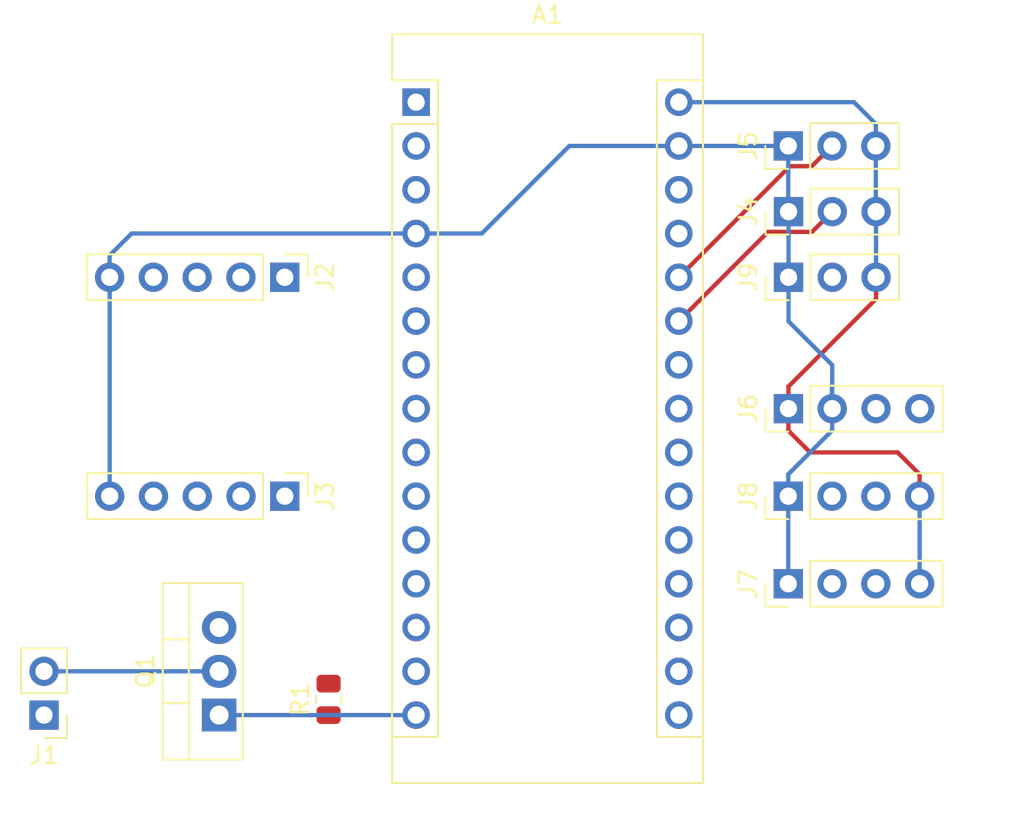
<source format=kicad_pcb>
(kicad_pcb (version 20211014) (generator pcbnew)
  (layers (0 "F.Cu" signal) (31 "B.Cu" signal) (34 "B.Paste" user) (35 "F.Paste" user) (36 "B.SilkS" user "B.Silkscreen") (37 "F.SilkS" user "F.Silkscreen") (38 "B.Mask" user) (39 "F.Mask" user) (44 "Edge.Cuts" user))
  (net 0 "")
  (net 1 "Net-(A1-Pad15)")
  (net 2 "GND")
  (net 3 "Net-(J1-Pad2)")
  (net 7 "Net-(A1-Pad5)")
  (net 8 "Net-(A1-Pad6)")
  (net 9 "Net-(J7-Pad3)")
  (net 10 "Net-(A1-Pad8)")
  (net 11 "Net-(A1-Pad9)")
  (net 12 "Net-(A1-Pad10)")
  (net 13 "Net-(A1-Pad11)")
  (net 14 "Net-(A1-Pad12)")
  (net 15 "Net-(A1-Pad13)")
  (net 16 "Net-(A1-Pad14)")
  (net 20 "Net-(A1-Pad19)")
  (net 22 "Net-(A1-Pad21)")
  (net 23 "Net-(A1-Pad22)")
  (net 24 "Net-(A1-Pad23)")
  (net 25 "Net-(A1-Pad24)")
  (net 26 "Net-(A1-Pad25)")
  (net 27 "Net-(A1-Pad26)")
  (net 30 "Net-(A1-Pad30)")
  (footprint "Connector_PinHeader_2.54mm:PinHeader_1x02_P2.54mm_Vertical" (layer "F.Cu") (at 105.41 115.57 180)
    (fp_text reference "J1" (at 0 -2.33) (layer "F.SilkS"))
    (fp_text value "Heater")
    (fp_line (start -1.33 3.87) (end 1.33 3.87) (layer "F.SilkS") (width 0.12))
    (fp_line (start -1.33 1.27) (end 1.33 1.27) (layer "F.SilkS") (width 0.12))
    (fp_line (start 1.33 1.27) (end 1.33 3.87) (layer "F.SilkS") (width 0.12))
    (fp_line (start -1.33 1.27) (end -1.33 3.87) (layer "F.SilkS") (width 0.12))
    (fp_line (start -1.33 -1.33) (end 0 -1.33) (layer "F.SilkS") (width 0.12))
    (fp_line (start -1.33 0) (end -1.33 -1.33) (layer "F.SilkS") (width 0.12))
    (pad "1" thru_hole rect (at 0 0 180) (size 1.7 1.7) (drill 1) (layers *.Cu *.Mask))
    (pad "2" thru_hole oval (at 0 2.54 180) (size 1.7 1.7) (drill 1) (layers *.Cu *.Mask) (net 3 "Net-(J1-Pad2)"))
  )
  (footprint "Connector_PinHeader_2.54mm:PinHeader_1x04_P2.54mm_Vertical" (layer "F.Cu") (at 148.6 97.79 90)
    (fp_text reference "J6" (at 0 -2.33 90) (layer "F.SilkS"))
    (fp_text value "BME280")
    (fp_line (start -1.33 -1.33) (end 0 -1.33) (layer "F.SilkS") (width 0.12))
    (fp_line (start 1.33 1.27) (end 1.33 8.95) (layer "F.SilkS") (width 0.12))
    (fp_line (start -1.33 8.95) (end 1.33 8.95) (layer "F.SilkS") (width 0.12))
    (fp_line (start -1.33 1.27) (end 1.33 1.27) (layer "F.SilkS") (width 0.12))
    (fp_line (start -1.33 1.27) (end -1.33 8.95) (layer "F.SilkS") (width 0.12))
    (fp_line (start -1.33 0) (end -1.33 -1.33) (layer "F.SilkS") (width 0.12))
    (pad "1" thru_hole rect (at 0 0 90) (size 1.7 1.7) (drill 1) (layers *.Cu *.Mask) (net 30 "Net-(A1-Pad30)"))
    (pad "2" thru_hole oval (at 0 2.54 90) (size 1.7 1.7) (drill 1) (layers *.Cu *.Mask) (net 2 "GND"))
    (pad "3" thru_hole oval (at 0 5.08 90) (size 1.7 1.7) (drill 1) (layers *.Cu *.Mask) (net 25 "Net-(A1-Pad24)"))
    (pad "4" thru_hole oval (at 0 7.62 90) (size 1.7 1.7) (drill 1) (layers *.Cu *.Mask) (net 24 "Net-(A1-Pad23)"))
  )
  (footprint "Connector_PinHeader_2.54mm:PinHeader_1x05_P2.54mm_Vertical" (layer "F.Cu") (at 119.375 90.17 -90)
    (fp_text reference "J2" (at 0 -2.33 90) (layer "F.SilkS"))
    (fp_text value "BLDC 1")
    (fp_line (start -1.33 11.49) (end 1.33 11.49) (layer "F.SilkS") (width 0.12))
    (fp_line (start -1.33 0) (end -1.33 -1.33) (layer "F.SilkS") (width 0.12))
    (fp_line (start 1.33 1.27) (end 1.33 11.49) (layer "F.SilkS") (width 0.12))
    (fp_line (start -1.33 1.27) (end -1.33 11.49) (layer "F.SilkS") (width 0.12))
    (fp_line (start -1.33 1.27) (end 1.33 1.27) (layer "F.SilkS") (width 0.12))
    (fp_line (start -1.33 -1.33) (end 0 -1.33) (layer "F.SilkS") (width 0.12))
    (pad "1" thru_hole rect (at 0 0 270) (size 1.7 1.7) (drill 1) (layers *.Cu *.Mask) (net 7 "Net-(A1-Pad5)"))
    (pad "2" thru_hole oval (at 0 2.54 270) (size 1.7 1.7) (drill 1) (layers *.Cu *.Mask) (net 11 "Net-(A1-Pad9)"))
    (pad "3" thru_hole oval (at 0 5.08 270) (size 1.7 1.7) (drill 1) (layers *.Cu *.Mask) (net 13 "Net-(A1-Pad11)"))
    (pad "4" thru_hole oval (at 0 7.62 270) (size 1.7 1.7) (drill 1) (layers *.Cu *.Mask) (net 15 "Net-(A1-Pad13)"))
    (pad "5" thru_hole oval (at 0 10.16 270) (size 1.7 1.7) (drill 1) (layers *.Cu *.Mask) (net 2 "GND"))
  )
  (footprint "Connector_PinHeader_2.54mm:PinHeader_1x03_P2.54mm_Vertical" (layer "F.Cu") (at 148.59 82.55 90)
    (fp_text reference "J5" (at 0 -2.33 90) (layer "F.SilkS"))
    (fp_text value "Current Sensor 2")
    (fp_line (start 1.33 1.27) (end 1.33 6.41) (layer "F.SilkS") (width 0.12))
    (fp_line (start -1.33 1.27) (end 1.33 1.27) (layer "F.SilkS") (width 0.12))
    (fp_line (start -1.33 -1.33) (end 0 -1.33) (layer "F.SilkS") (width 0.12))
    (fp_line (start -1.33 1.27) (end -1.33 6.41) (layer "F.SilkS") (width 0.12))
    (fp_line (start -1.33 6.41) (end 1.33 6.41) (layer "F.SilkS") (width 0.12))
    (fp_line (start -1.33 0) (end -1.33 -1.33) (layer "F.SilkS") (width 0.12))
    (pad "1" thru_hole rect (at 0 0 90) (size 1.7 1.7) (drill 1) (layers *.Cu *.Mask) (net 2 "GND"))
    (pad "2" thru_hole oval (at 0 2.54 90) (size 1.7 1.7) (drill 1) (layers *.Cu *.Mask) (net 27 "Net-(A1-Pad26)"))
    (pad "3" thru_hole oval (at 0 5.08 90) (size 1.7 1.7) (drill 1) (layers *.Cu *.Mask) (net 30 "Net-(A1-Pad30)"))
  )
  (footprint "Resistor_SMD:R_0805_2012Metric" (layer "F.Cu") (at 121.92 114.6575 90)
    (fp_text reference "R1" (at 0 -1.65 90) (layer "F.SilkS"))
    (fp_text value "R")
    (fp_line (start -0.227064 0.735) (end 0.227064 0.735) (layer "F.SilkS") (width 0.12))
    (fp_line (start -0.227064 -0.735) (end 0.227064 -0.735) (layer "F.SilkS") (width 0.12))
    (pad "1" smd roundrect (at -0.9125 0 90) (size 1.025 1.4) (layers "F.Cu" "F.Paste" "F.Mask") (roundrect_rratio 0.243902) (net 1 "Net-(A1-Pad15)"))
    (pad "2" smd roundrect (at 0.9125 0 90) (size 1.025 1.4) (layers "F.Cu" "F.Paste" "F.Mask") (roundrect_rratio 0.243902) (net 2 "GND"))
  )
  (footprint "Connector_PinHeader_2.54mm:PinHeader_1x03_P2.54mm_Vertical" (layer "F.Cu") (at 148.605 86.36 90)
    (fp_text reference "J4" (at 0 -2.33 90) (layer "F.SilkS"))
    (fp_text value "Current Sensor 1")
    (fp_line (start -1.33 1.27) (end -1.33 6.41) (layer "F.SilkS") (width 0.12))
    (fp_line (start -1.33 6.41) (end 1.33 6.41) (layer "F.SilkS") (width 0.12))
    (fp_line (start -1.33 0) (end -1.33 -1.33) (layer "F.SilkS") (width 0.12))
    (fp_line (start 1.33 1.27) (end 1.33 6.41) (layer "F.SilkS") (width 0.12))
    (fp_line (start -1.33 -1.33) (end 0 -1.33) (layer "F.SilkS") (width 0.12))
    (fp_line (start -1.33 1.27) (end 1.33 1.27) (layer "F.SilkS") (width 0.12))
    (pad "1" thru_hole rect (at 0 0 90) (size 1.7 1.7) (drill 1) (layers *.Cu *.Mask) (net 2 "GND"))
    (pad "2" thru_hole oval (at 0 2.54 90) (size 1.7 1.7) (drill 1) (layers *.Cu *.Mask) (net 26 "Net-(A1-Pad25)"))
    (pad "3" thru_hole oval (at 0 5.08 90) (size 1.7 1.7) (drill 1) (layers *.Cu *.Mask) (net 30 "Net-(A1-Pad30)"))
  )
  (footprint "Connector_PinHeader_2.54mm:PinHeader_1x03_P2.54mm_Vertical" (layer "F.Cu") (at 148.605 90.17 90)
    (fp_text reference "J9" (at 0 -2.33 90) (layer "F.SilkS"))
    (fp_text value "System Volt / Current")
    (fp_line (start -1.33 1.27) (end 1.33 1.27) (layer "F.SilkS") (width 0.12))
    (fp_line (start -1.33 0) (end -1.33 -1.33) (layer "F.SilkS") (width 0.12))
    (fp_line (start -1.33 -1.33) (end 0 -1.33) (layer "F.SilkS") (width 0.12))
    (fp_line (start 1.33 1.27) (end 1.33 6.41) (layer "F.SilkS") (width 0.12))
    (fp_line (start -1.33 6.41) (end 1.33 6.41) (layer "F.SilkS") (width 0.12))
    (fp_line (start -1.33 1.27) (end -1.33 6.41) (layer "F.SilkS") (width 0.12))
    (pad "1" thru_hole rect (at 0 0 90) (size 1.7 1.7) (drill 1) (layers *.Cu *.Mask) (net 2 "GND"))
    (pad "2" thru_hole oval (at 0 2.54 90) (size 1.7 1.7) (drill 1) (layers *.Cu *.Mask) (net 23 "Net-(A1-Pad22)"))
    (pad "3" thru_hole oval (at 0 5.08 90) (size 1.7 1.7) (drill 1) (layers *.Cu *.Mask) (net 30 "Net-(A1-Pad30)"))
  )
  (footprint "Package_TO_SOT_THT:TO-220-3_Vertical" (layer "F.Cu") (at 115.57 115.57 90)
    (fp_text reference "Q1" (at 2.54 -4.27 90) (layer "F.SilkS"))
    (fp_text value "IRF540N")
    (fp_line (start -2.58 -3.27) (end -2.58 1.371) (layer "F.SilkS") (width 0.12))
    (fp_line (start 0.69 -3.27) (end 0.69 -1.76) (layer "F.SilkS") (width 0.12))
    (fp_line (start -2.58 -1.76) (end 7.66 -1.76) (layer "F.SilkS") (width 0.12))
    (fp_line (start 4.391 -3.27) (end 4.391 -1.76) (layer "F.SilkS") (width 0.12))
    (fp_line (start 7.66 -3.27) (end 7.66 1.371) (layer "F.SilkS") (width 0.12))
    (fp_line (start -2.58 -3.27) (end 7.66 -3.27) (layer "F.SilkS") (width 0.12))
    (fp_line (start -2.58 1.371) (end 7.66 1.371) (layer "F.SilkS") (width 0.12))
    (pad "1" thru_hole rect (at 0 0 90) (size 1.905 2) (drill 1.1) (layers *.Cu *.Mask) (net 1 "Net-(A1-Pad15)"))
    (pad "2" thru_hole oval (at 2.54 0 90) (size 1.905 2) (drill 1.1) (layers *.Cu *.Mask) (net 3 "Net-(J1-Pad2)"))
    (pad "3" thru_hole oval (at 5.08 0 90) (size 1.905 2) (drill 1.1) (layers *.Cu *.Mask) (net 2 "GND"))
  )
  (footprint "Connector_PinHeader_2.54mm:PinHeader_1x05_P2.54mm_Vertical" (layer "F.Cu") (at 119.38 102.87 -90)
    (fp_text reference "J3" (at 0 -2.33 90) (layer "F.SilkS"))
    (fp_text value "BLDC 2")
    (fp_line (start -1.33 1.27) (end -1.33 11.49) (layer "F.SilkS") (width 0.12))
    (fp_line (start -1.33 1.27) (end 1.33 1.27) (layer "F.SilkS") (width 0.12))
    (fp_line (start 1.33 1.27) (end 1.33 11.49) (layer "F.SilkS") (width 0.12))
    (fp_line (start -1.33 -1.33) (end 0 -1.33) (layer "F.SilkS") (width 0.12))
    (fp_line (start -1.33 11.49) (end 1.33 11.49) (layer "F.SilkS") (width 0.12))
    (fp_line (start -1.33 0) (end -1.33 -1.33) (layer "F.SilkS") (width 0.12))
    (pad "1" thru_hole rect (at 0 0 270) (size 1.7 1.7) (drill 1) (layers *.Cu *.Mask) (net 8 "Net-(A1-Pad6)"))
    (pad "2" thru_hole oval (at 0 2.54 270) (size 1.7 1.7) (drill 1) (layers *.Cu *.Mask) (net 12 "Net-(A1-Pad10)"))
    (pad "3" thru_hole oval (at 0 5.08 270) (size 1.7 1.7) (drill 1) (layers *.Cu *.Mask) (net 14 "Net-(A1-Pad12)"))
    (pad "4" thru_hole oval (at 0 7.62 270) (size 1.7 1.7) (drill 1) (layers *.Cu *.Mask) (net 16 "Net-(A1-Pad14)"))
    (pad "5" thru_hole oval (at 0 10.16 270) (size 1.7 1.7) (drill 1) (layers *.Cu *.Mask) (net 2 "GND"))
  )
  (footprint "Module:Arduino_Nano" (layer "F.Cu") (at 127 80.01)
    (fp_text reference "A1" (at 7.62 -5.08) (layer "F.SilkS"))
    (fp_text value "Arduino_Nano_v3.x")
    (fp_line (start -1.4 39.5) (end 16.64 39.5) (layer "F.SilkS") (width 0.12))
    (fp_line (start 16.64 39.5) (end 16.64 -3.94) (layer "F.SilkS") (width 0.12))
    (fp_line (start 1.27 -1.27) (end -1.4 -1.27) (layer "F.SilkS") (width 0.12))
    (fp_line (start -1.4 -3.94) (end -1.4 -1.27) (layer "F.SilkS") (width 0.12))
    (fp_line (start 13.97 -1.27) (end 16.64 -1.27) (layer "F.SilkS") (width 0.12))
    (fp_line (start 1.27 1.27) (end 1.27 36.83) (layer "F.SilkS") (width 0.12))
    (fp_line (start 1.27 1.27) (end 1.27 -1.27) (layer "F.SilkS") (width 0.12))
    (fp_line (start 16.64 -3.94) (end -1.4 -3.94) (layer "F.SilkS") (width 0.12))
    (fp_line (start 13.97 -1.27) (end 13.97 36.83) (layer "F.SilkS") (width 0.12))
    (fp_line (start 1.27 36.83) (end -1.4 36.83) (layer "F.SilkS") (width 0.12))
    (fp_line (start 1.27 1.27) (end -1.4 1.27) (layer "F.SilkS") (width 0.12))
    (fp_line (start 13.97 36.83) (end 16.64 36.83) (layer "F.SilkS") (width 0.12))
    (fp_line (start -1.4 1.27) (end -1.4 39.5) (layer "F.SilkS") (width 0.12))
    (pad "1" thru_hole rect (at 0 0) (size 1.6 1.6) (drill 1) (layers *.Cu *.Mask))
    (pad "2" thru_hole oval (at 0 2.54) (size 1.6 1.6) (drill 1) (layers *.Cu *.Mask))
    (pad "3" thru_hole oval (at 0 5.08) (size 1.6 1.6) (drill 1) (layers *.Cu *.Mask))
    (pad "4" thru_hole oval (at 0 7.62) (size 1.6 1.6) (drill 1) (layers *.Cu *.Mask) (net 2 "GND"))
    (pad "5" thru_hole oval (at 0 10.16) (size 1.6 1.6) (drill 1) (layers *.Cu *.Mask) (net 7 "Net-(A1-Pad5)"))
    (pad "6" thru_hole oval (at 0 12.7) (size 1.6 1.6) (drill 1) (layers *.Cu *.Mask) (net 8 "Net-(A1-Pad6)"))
    (pad "7" thru_hole oval (at 0 15.24) (size 1.6 1.6) (drill 1) (layers *.Cu *.Mask))
    (pad "8" thru_hole oval (at 0 17.78) (size 1.6 1.6) (drill 1) (layers *.Cu *.Mask) (net 10 "Net-(A1-Pad8)"))
    (pad "9" thru_hole oval (at 0 20.32) (size 1.6 1.6) (drill 1) (layers *.Cu *.Mask) (net 11 "Net-(A1-Pad9)"))
    (pad "10" thru_hole oval (at 0 22.86) (size 1.6 1.6) (drill 1) (layers *.Cu *.Mask) (net 12 "Net-(A1-Pad10)"))
    (pad "11" thru_hole oval (at 0 25.4) (size 1.6 1.6) (drill 1) (layers *.Cu *.Mask) (net 13 "Net-(A1-Pad11)"))
    (pad "12" thru_hole oval (at 0 27.94) (size 1.6 1.6) (drill 1) (layers *.Cu *.Mask) (net 14 "Net-(A1-Pad12)"))
    (pad "13" thru_hole oval (at 0 30.48) (size 1.6 1.6) (drill 1) (layers *.Cu *.Mask) (net 15 "Net-(A1-Pad13)"))
    (pad "14" thru_hole oval (at 0 33.02) (size 1.6 1.6) (drill 1) (layers *.Cu *.Mask) (net 16 "Net-(A1-Pad14)"))
    (pad "15" thru_hole oval (at 0 35.56) (size 1.6 1.6) (drill 1) (layers *.Cu *.Mask) (net 1 "Net-(A1-Pad15)"))
    (pad "16" thru_hole oval (at 15.24 35.56) (size 1.6 1.6) (drill 1) (layers *.Cu *.Mask))
    (pad "17" thru_hole oval (at 15.24 33.02) (size 1.6 1.6) (drill 1) (layers *.Cu *.Mask))
    (pad "18" thru_hole oval (at 15.24 30.48) (size 1.6 1.6) (drill 1) (layers *.Cu *.Mask))
    (pad "19" thru_hole oval (at 15.24 27.94) (size 1.6 1.6) (drill 1) (layers *.Cu *.Mask) (net 20 "Net-(A1-Pad19)"))
    (pad "20" thru_hole oval (at 15.24 25.4) (size 1.6 1.6) (drill 1) (layers *.Cu *.Mask) (net 9 "Net-(J7-Pad3)"))
    (pad "21" thru_hole oval (at 15.24 22.86) (size 1.6 1.6) (drill 1) (layers *.Cu *.Mask) (net 22 "Net-(A1-Pad21)"))
    (pad "22" thru_hole oval (at 15.24 20.32) (size 1.6 1.6) (drill 1) (layers *.Cu *.Mask) (net 23 "Net-(A1-Pad22)"))
    (pad "23" thru_hole oval (at 15.24 17.78) (size 1.6 1.6) (drill 1) (layers *.Cu *.Mask) (net 24 "Net-(A1-Pad23)"))
    (pad "24" thru_hole oval (at 15.24 15.24) (size 1.6 1.6) (drill 1) (layers *.Cu *.Mask) (net 25 "Net-(A1-Pad24)"))
    (pad "25" thru_hole oval (at 15.24 12.7) (size 1.6 1.6) (drill 1) (layers *.Cu *.Mask) (net 26 "Net-(A1-Pad25)"))
    (pad "26" thru_hole oval (at 15.24 10.16) (size 1.6 1.6) (drill 1) (layers *.Cu *.Mask) (net 27 "Net-(A1-Pad26)"))
    (pad "27" thru_hole oval (at 15.24 7.62) (size 1.6 1.6) (drill 1) (layers *.Cu *.Mask))
    (pad "28" thru_hole oval (at 15.24 5.08) (size 1.6 1.6) (drill 1) (layers *.Cu *.Mask))
    (pad "29" thru_hole oval (at 15.24 2.54) (size 1.6 1.6) (drill 1) (layers *.Cu *.Mask) (net 2 "GND"))
    (pad "30" thru_hole oval (at 15.24 0) (size 1.6 1.6) (drill 1) (layers *.Cu *.Mask) (net 30 "Net-(A1-Pad30)"))
  )
  (footprint "Connector_PinHeader_2.54mm:PinHeader_1x04_P2.54mm_Vertical" (layer "F.Cu") (at 148.59 107.95 90)
    (fp_text reference "J7" (at 0 -2.33 90) (layer "F.SilkS"))
    (fp_text value "Sonar 1")
    (fp_line (start -1.33 1.27) (end -1.33 8.95) (layer "F.SilkS") (width 0.12))
    (fp_line (start 1.33 1.27) (end 1.33 8.95) (layer "F.SilkS") (width 0.12))
    (fp_line (start -1.33 0) (end -1.33 -1.33) (layer "F.SilkS") (width 0.12))
    (fp_line (start -1.33 -1.33) (end 0 -1.33) (layer "F.SilkS") (width 0.12))
    (fp_line (start -1.33 8.95) (end 1.33 8.95) (layer "F.SilkS") (width 0.12))
    (fp_line (start -1.33 1.27) (end 1.33 1.27) (layer "F.SilkS") (width 0.12))
    (pad "1" thru_hole rect (at 0 0 90) (size 1.7 1.7) (drill 1) (layers *.Cu *.Mask) (net 2 "GND"))
    (pad "2" thru_hole oval (at 0 2.54 90) (size 1.7 1.7) (drill 1) (layers *.Cu *.Mask) (net 20 "Net-(A1-Pad19)"))
    (pad "3" thru_hole oval (at 0 5.08 90) (size 1.7 1.7) (drill 1) (layers *.Cu *.Mask) (net 9 "Net-(J7-Pad3)"))
    (pad "4" thru_hole oval (at 0 7.62 90) (size 1.7 1.7) (drill 1) (layers *.Cu *.Mask) (net 30 "Net-(A1-Pad30)"))
  )
  (footprint "Connector_PinHeader_2.54mm:PinHeader_1x04_P2.54mm_Vertical" (layer "F.Cu") (at 148.59 102.87 90)
    (fp_text reference "J8" (at 0 -2.33 90) (layer "F.SilkS"))
    (fp_text value "Sonar 2")
    (fp_line (start -1.33 1.27) (end -1.33 8.95) (layer "F.SilkS") (width 0.12))
    (fp_line (start -1.33 8.95) (end 1.33 8.95) (layer "F.SilkS") (width 0.12))
    (fp_line (start -1.33 0) (end -1.33 -1.33) (layer "F.SilkS") (width 0.12))
    (fp_line (start 1.33 1.27) (end 1.33 8.95) (layer "F.SilkS") (width 0.12))
    (fp_line (start -1.33 1.27) (end 1.33 1.27) (layer "F.SilkS") (width 0.12))
    (fp_line (start -1.33 -1.33) (end 0 -1.33) (layer "F.SilkS") (width 0.12))
    (pad "1" thru_hole rect (at 0 0 90) (size 1.7 1.7) (drill 1) (layers *.Cu *.Mask) (net 2 "GND"))
    (pad "2" thru_hole oval (at 0 2.54 90) (size 1.7 1.7) (drill 1) (layers *.Cu *.Mask) (net 10 "Net-(A1-Pad8)"))
    (pad "3" thru_hole oval (at 0 5.08 90) (size 1.7 1.7) (drill 1) (layers *.Cu *.Mask) (net 22 "Net-(A1-Pad21)"))
    (pad "4" thru_hole oval (at 0 7.62 90) (size 1.7 1.7) (drill 1) (layers *.Cu *.Mask) (net 30 "Net-(A1-Pad30)"))
  )
  (segment (start 127 115.57) (end 115.57 115.57) (width 0.25) (layer "B.Cu") (net 1))
  (segment (start 109.22 102.87) (end 109.22 90.175) (width 0.25) (layer "B.Cu") (net 2))
  (segment (start 127 87.63) (end 130.81 87.63) (width 0.25) (layer "B.Cu") (net 2))
  (segment (start 148.59 101.6) (end 148.59 102.87) (width 0.25) (layer "B.Cu") (net 2))
  (segment (start 151.12 96.53) (end 151.13 96.52) (width 0.25) (layer "B.Cu") (net 2))
  (segment (start 109.215 88.905) (end 110.49 87.63) (width 0.25) (layer "B.Cu") (net 2))
  (segment (start 148.605 92.725) (end 151.14 95.26) (width 0.25) (layer "B.Cu") (net 2))
  (segment (start 109.22 90.175) (end 109.215 90.17) (width 0.25) (layer "B.Cu") (net 2))
  (segment (start 109.215 90.17) (end 109.215 88.905) (width 0.25) (layer "B.Cu") (net 2))
  (segment (start 110.49 87.63) (end 127 87.63) (width 0.25) (layer "B.Cu") (net 2))
  (segment (start 148.605 86.36) (end 148.605 90.17) (width 0.25) (layer "B.Cu") (net 2))
  (segment (start 151.14 97.79) (end 151.14 99.05) (width 0.25) (layer "B.Cu") (net 2))
  (segment (start 130.81 87.63) (end 135.89 82.55) (width 0.25) (layer "B.Cu") (net 2))
  (segment (start 135.89 82.55) (end 142.24 82.55) (width 0.25) (layer "B.Cu") (net 2))
  (segment (start 148.59 102.87) (end 148.59 107.95) (width 0.25) (layer "B.Cu") (net 2))
  (segment (start 148.59 82.55) (end 148.59 86.345) (width 0.25) (layer "B.Cu") (net 2))
  (segment (start 148.605 90.17) (end 148.605 92.725) (width 0.25) (layer "B.Cu") (net 2))
  (segment (start 151.14 95.26) (end 151.14 97.79) (width 0.25) (layer "B.Cu") (net 2))
  (segment (start 148.59 86.345) (end 148.605 86.36) (width 0.25) (layer "B.Cu") (net 2))
  (segment (start 151.14 99.05) (end 148.59 101.6) (width 0.25) (layer "B.Cu") (net 2))
  (segment (start 142.24 82.55) (end 148.59 82.55) (width 0.25) (layer "B.Cu") (net 2))
  (segment (start 151.12 97.79) (end 151.12 96.53) (width 0.25) (layer "B.Cu") (net 2))
  (segment (start 105.41 113.03) (end 115.57 113.03) (width 0.25) (layer "B.Cu") (net 3))
  (segment (start 147.415489 87.534511) (end 149.970489 87.534511) (width 0.25) (layer "F.Cu") (net 26))
  (segment (start 142.24 92.71) (end 147.415489 87.534511) (width 0.25) (layer "F.Cu") (net 26))
  (segment (start 149.970489 87.534511) (end 151.145 86.36) (width 0.25) (layer "F.Cu") (net 26))
  (segment (start 142.24 90.17) (end 148.685489 83.724511) (width 0.25) (layer "F.Cu") (net 27))
  (segment (start 148.685489 83.724511) (end 149.955489 83.724511) (width 0.25) (layer "F.Cu") (net 27))
  (segment (start 149.955489 83.724511) (end 151.13 82.55) (width 0.25) (layer "F.Cu") (net 27))
  (segment (start 153.685 90.17) (end 153.685 91.425) (width 0.25) (layer "F.Cu") (net 30))
  (segment (start 154.94 100.33) (end 149.86 100.33) (width 0.25) (layer "F.Cu") (net 30))
  (segment (start 148.6 96.51) (end 148.6 97.79) (width 0.25) (layer "F.Cu") (net 30))
  (segment (start 156.21 101.6) (end 154.94 100.33) (width 0.25) (layer "F.Cu") (net 30))
  (segment (start 156.21 102.87) (end 156.21 101.6) (width 0.25) (layer "F.Cu") (net 30))
  (segment (start 149.86 100.33) (end 148.59 99.06) (width 0.25) (layer "F.Cu") (net 30))
  (segment (start 153.685 91.425) (end 148.6 96.51) (width 0.25) (layer "F.Cu") (net 30))
  (segment (start 148.6 99.05) (end 148.6 97.79) (width 0.25) (layer "F.Cu") (net 30))
  (segment (start 148.59 99.06) (end 148.6 99.05) (width 0.25) (layer "F.Cu") (net 30))
  (segment (start 152.4 80.01) (end 153.67 81.28) (width 0.25) (layer "B.Cu") (net 30))
  (segment (start 153.67 86.345) (end 153.685 86.36) (width 0.25) (layer "B.Cu") (net 30))
  (segment (start 153.67 82.55) (end 153.67 86.345) (width 0.25) (layer "B.Cu") (net 30))
  (segment (start 153.685 90.17) (end 153.685 86.36) (width 0.25) (layer "B.Cu") (net 30))
  (segment (start 156.21 102.87) (end 156.21 107.95) (width 0.25) (layer "B.Cu") (net 30))
  (segment (start 142.24 80.01) (end 152.4 80.01) (width 0.25) (layer "B.Cu") (net 30))
  (segment (start 153.67 81.28) (end 153.67 82.55) (width 0.25) (layer "B.Cu") (net 30))
)
</source>
